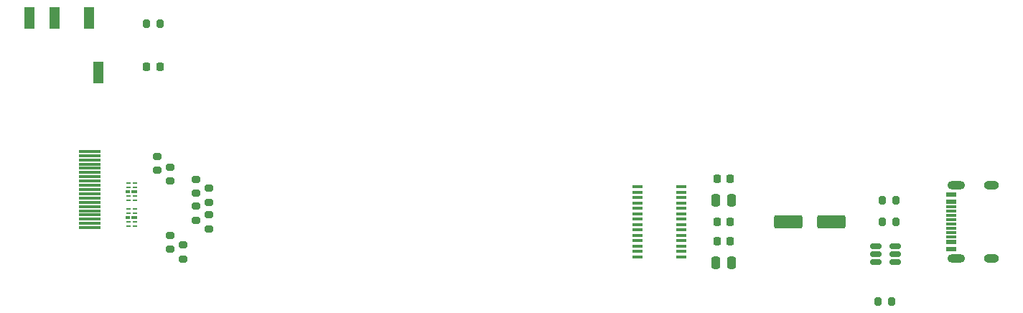
<source format=gbr>
%TF.GenerationSoftware,KiCad,Pcbnew,7.0.6*%
%TF.CreationDate,2023-08-02T21:58:42+08:00*%
%TF.ProjectId,Adapter,41646170-7465-4722-9e6b-696361645f70,rev?*%
%TF.SameCoordinates,Original*%
%TF.FileFunction,Paste,Top*%
%TF.FilePolarity,Positive*%
%FSLAX46Y46*%
G04 Gerber Fmt 4.6, Leading zero omitted, Abs format (unit mm)*
G04 Created by KiCad (PCBNEW 7.0.6) date 2023-08-02 21:58:42*
%MOMM*%
%LPD*%
G01*
G04 APERTURE LIST*
G04 Aperture macros list*
%AMRoundRect*
0 Rectangle with rounded corners*
0 $1 Rounding radius*
0 $2 $3 $4 $5 $6 $7 $8 $9 X,Y pos of 4 corners*
0 Add a 4 corners polygon primitive as box body*
4,1,4,$2,$3,$4,$5,$6,$7,$8,$9,$2,$3,0*
0 Add four circle primitives for the rounded corners*
1,1,$1+$1,$2,$3*
1,1,$1+$1,$4,$5*
1,1,$1+$1,$6,$7*
1,1,$1+$1,$8,$9*
0 Add four rect primitives between the rounded corners*
20,1,$1+$1,$2,$3,$4,$5,0*
20,1,$1+$1,$4,$5,$6,$7,0*
20,1,$1+$1,$6,$7,$8,$9,0*
20,1,$1+$1,$8,$9,$2,$3,0*%
G04 Aperture macros list end*
%ADD10RoundRect,0.200000X-0.200000X-0.275000X0.200000X-0.275000X0.200000X0.275000X-0.200000X0.275000X0*%
%ADD11R,1.150000X0.600000*%
%ADD12R,1.150000X0.300000*%
%ADD13O,2.100000X1.000000*%
%ADD14O,1.800000X1.000000*%
%ADD15RoundRect,0.250000X1.412500X0.550000X-1.412500X0.550000X-1.412500X-0.550000X1.412500X-0.550000X0*%
%ADD16RoundRect,0.200000X-0.275000X0.200000X-0.275000X-0.200000X0.275000X-0.200000X0.275000X0.200000X0*%
%ADD17R,0.625000X0.250000*%
%ADD18R,0.700000X0.450000*%
%ADD19R,0.575000X0.450000*%
%ADD20RoundRect,0.200000X0.200000X0.275000X-0.200000X0.275000X-0.200000X-0.275000X0.200000X-0.275000X0*%
%ADD21RoundRect,0.200000X0.275000X-0.200000X0.275000X0.200000X-0.275000X0.200000X-0.275000X-0.200000X0*%
%ADD22RoundRect,0.250000X0.250000X0.475000X-0.250000X0.475000X-0.250000X-0.475000X0.250000X-0.475000X0*%
%ADD23RoundRect,0.225000X-0.225000X-0.250000X0.225000X-0.250000X0.225000X0.250000X-0.225000X0.250000X0*%
%ADD24RoundRect,0.250000X-0.250000X-0.475000X0.250000X-0.475000X0.250000X0.475000X-0.250000X0.475000X0*%
%ADD25RoundRect,0.225000X0.225000X0.250000X-0.225000X0.250000X-0.225000X-0.250000X0.225000X-0.250000X0*%
%ADD26RoundRect,0.150000X-0.512500X-0.150000X0.512500X-0.150000X0.512500X0.150000X-0.512500X0.150000X0*%
%ADD27R,2.600000X0.300000*%
%ADD28R,1.200000X0.400000*%
%ADD29R,1.200000X2.500000*%
G04 APERTURE END LIST*
D10*
%TO.C,R3*%
X195200000Y-109220000D03*
X196850000Y-109220000D03*
%TD*%
D11*
%TO.C,J1*%
X203330000Y-112420000D03*
X203330000Y-111620000D03*
D12*
X203330000Y-110470000D03*
X203330000Y-109470000D03*
X203330000Y-108970000D03*
X203330000Y-107970000D03*
D11*
X203330000Y-106820000D03*
X203330000Y-106020000D03*
X203330000Y-106020000D03*
X203330000Y-106820000D03*
D12*
X203330000Y-107470000D03*
X203330000Y-108470000D03*
X203330000Y-109970000D03*
X203330000Y-110970000D03*
D11*
X203330000Y-111620000D03*
X203330000Y-112420000D03*
D13*
X203905000Y-113540000D03*
D14*
X208085000Y-113540000D03*
D13*
X203905000Y-104900000D03*
D14*
X208085000Y-104900000D03*
%TD*%
D15*
%TO.C,C2*%
X189227500Y-109220000D03*
X184152500Y-109220000D03*
%TD*%
D16*
%TO.C,RP3*%
X111252000Y-102744000D03*
X111252000Y-104394000D03*
%TD*%
D17*
%TO.C,U4*%
X107067500Y-109712000D03*
X107067500Y-109212000D03*
D18*
X107030000Y-108712000D03*
D17*
X107067500Y-108212000D03*
X107067500Y-107712000D03*
X106292500Y-107712000D03*
X106292500Y-108212000D03*
D19*
X106267500Y-108712000D03*
D17*
X106292500Y-109212000D03*
X106292500Y-109712000D03*
%TD*%
D20*
%TO.C,R1*%
X196342000Y-118618000D03*
X194692000Y-118618000D03*
%TD*%
D16*
%TO.C,RN0*%
X114300000Y-104204000D03*
X114300000Y-105854000D03*
%TD*%
D21*
%TO.C,RP2*%
X112776000Y-113601000D03*
X112776000Y-111951000D03*
%TD*%
D22*
%TO.C,C5*%
X177480000Y-106680000D03*
X175580000Y-106680000D03*
%TD*%
D23*
%TO.C,C6*%
X108475000Y-90932000D03*
X110025000Y-90932000D03*
%TD*%
D24*
%TO.C,C1*%
X175580000Y-114046000D03*
X177480000Y-114046000D03*
%TD*%
D21*
%TO.C,RP1*%
X115824000Y-110045000D03*
X115824000Y-108395000D03*
%TD*%
D25*
%TO.C,C4*%
X177305000Y-109220000D03*
X175755000Y-109220000D03*
%TD*%
D16*
%TO.C,RN3*%
X109728000Y-101474000D03*
X109728000Y-103124000D03*
%TD*%
D21*
%TO.C,RN2*%
X111252000Y-112458000D03*
X111252000Y-110808000D03*
%TD*%
D25*
%TO.C,C7*%
X177305000Y-104140000D03*
X175755000Y-104140000D03*
%TD*%
D26*
%TO.C,U1*%
X194442500Y-112080000D03*
X194442500Y-113030000D03*
X194442500Y-113980000D03*
X196717500Y-113980000D03*
X196717500Y-113030000D03*
X196717500Y-112080000D03*
%TD*%
D27*
%TO.C,J4*%
X101710000Y-109910000D03*
X101710000Y-109410000D03*
X101710000Y-108910000D03*
X101710000Y-108410000D03*
X101710000Y-107910000D03*
X101710000Y-107410000D03*
X101710000Y-106910000D03*
X101710000Y-106410000D03*
X101710000Y-105910000D03*
X101710000Y-105410000D03*
X101710000Y-104910000D03*
X101710000Y-104410000D03*
X101710000Y-103910000D03*
X101710000Y-103410000D03*
X101710000Y-102910000D03*
X101710000Y-102410000D03*
X101710000Y-101910000D03*
X101710000Y-101410000D03*
X101710000Y-100910000D03*
%TD*%
D21*
%TO.C,RN1*%
X114300000Y-109029000D03*
X114300000Y-107379000D03*
%TD*%
D20*
%TO.C,R2*%
X196850000Y-106680000D03*
X195200000Y-106680000D03*
%TD*%
D10*
%TO.C,R6*%
X108425000Y-85852000D03*
X110075000Y-85852000D03*
%TD*%
D16*
%TO.C,RP0*%
X115824000Y-105283000D03*
X115824000Y-106933000D03*
%TD*%
D28*
%TO.C,U2*%
X166310000Y-105092500D03*
X166310000Y-105727500D03*
X166310000Y-106362500D03*
X166310000Y-106997500D03*
X166310000Y-107632500D03*
X166310000Y-108267500D03*
X166310000Y-108902500D03*
X166310000Y-109537500D03*
X166310000Y-110172500D03*
X166310000Y-110807500D03*
X166310000Y-111442500D03*
X166310000Y-112077500D03*
X166310000Y-112712500D03*
X166310000Y-113347500D03*
X171510000Y-113347500D03*
X171510000Y-112712500D03*
X171510000Y-112077500D03*
X171510000Y-111442500D03*
X171510000Y-110807500D03*
X171510000Y-110172500D03*
X171510000Y-109537500D03*
X171510000Y-108902500D03*
X171510000Y-108267500D03*
X171510000Y-107632500D03*
X171510000Y-106997500D03*
X171510000Y-106362500D03*
X171510000Y-105727500D03*
X171510000Y-105092500D03*
%TD*%
D29*
%TO.C,J5*%
X97640000Y-85142000D03*
X94640000Y-85142000D03*
X102740000Y-91642000D03*
X101640000Y-85142000D03*
%TD*%
D25*
%TO.C,C3*%
X177305000Y-111506000D03*
X175755000Y-111506000D03*
%TD*%
D17*
%TO.C,U5*%
X107067500Y-106664000D03*
X107067500Y-106164000D03*
D18*
X107030000Y-105664000D03*
D17*
X107067500Y-105164000D03*
X107067500Y-104664000D03*
X106292500Y-104664000D03*
X106292500Y-105164000D03*
D19*
X106267500Y-105664000D03*
D17*
X106292500Y-106164000D03*
X106292500Y-106664000D03*
%TD*%
M02*

</source>
